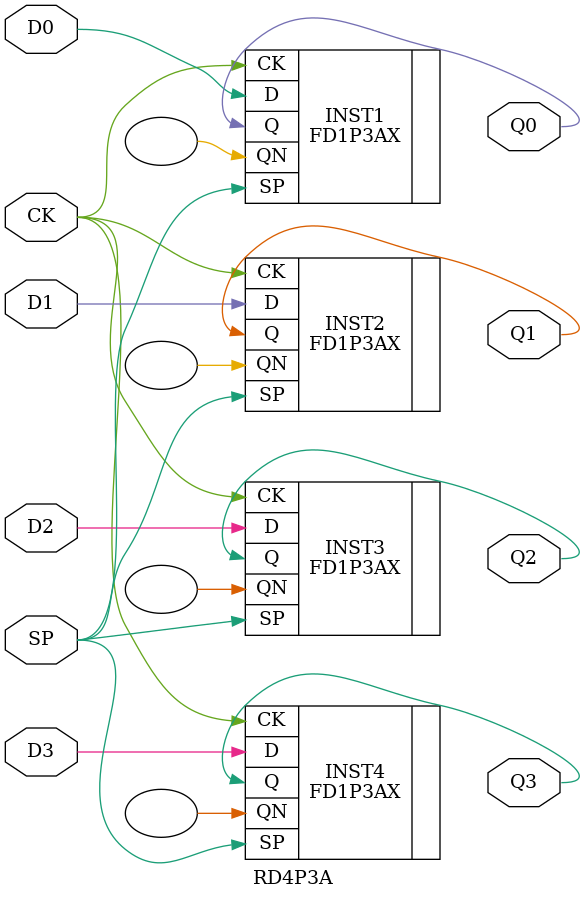
<source format=v>
`resetall
`timescale 1 ns / 100 ps

/* Created by DB2VERILOG Version 1.0.1.1 on Tue May 17 10:40:04 1994 */
/* module compiled from "lsl2db 3.6.4" run */

`celldefine
module RD4P3A (D0, D1, D2, D3, SP, CK, Q0, Q1, Q2, Q3);
input  D0, D1, D2, D3, SP, CK;
output Q0, Q1, Q2, Q3;
FD1P3AX INST1 (.D(D0), .SP(SP), .CK(CK), .Q(Q0), .QN());
FD1P3AX INST2 (.D(D1), .SP(SP), .CK(CK), .Q(Q1), .QN());
FD1P3AX INST3 (.D(D2), .SP(SP), .CK(CK), .Q(Q2), .QN());
FD1P3AX INST4 (.D(D3), .SP(SP), .CK(CK), .Q(Q3), .QN());

endmodule
`endcelldefine

</source>
